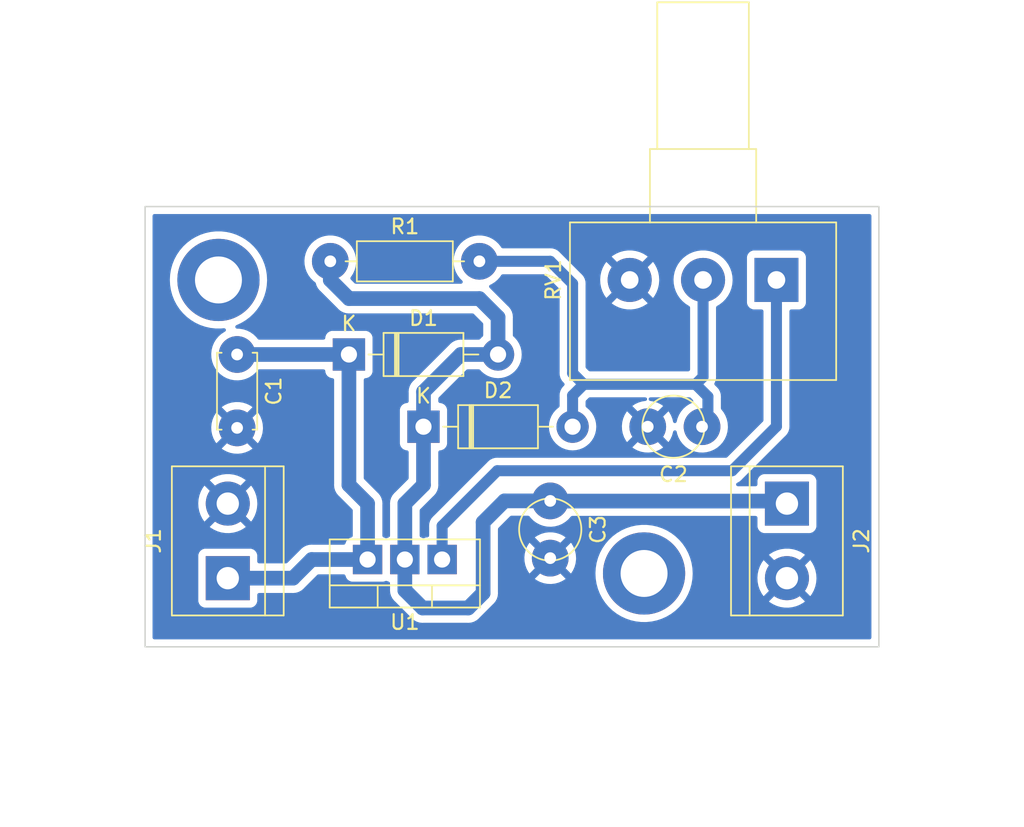
<source format=kicad_pcb>
(kicad_pcb (version 20211014) (generator pcbnew)
  (layers (0 "F.Cu" signal) (31 "B.Cu" signal) (34 "B.Paste" user) (35 "F.Paste" user) (36 "B.SilkS" user "B.Silkscreen") (37 "F.SilkS" user "F.Silkscreen") (38 "B.Mask" user) (39 "F.Mask" user) (44 "Edge.Cuts" user))
  (net 0 "")
  (net 1 "+12V")
  (net 2 "Net-(C2-Pad1)")
  (net 3 "Net-(RV1-Pad1)")
  (net 4 "GND")
  (net 5 "Vout")
  (footprint "Resistor_THT:R_Axial_DIN0207_L6.3mm_D2.5mm_P10.16mm_Horizontal" (layer "F.Cu") (at 102.87 40.64)
    (fp_text reference "R1" (at 5.08 -2.37) (layer "F.SilkS"))
    (fp_text value "470")
    (fp_line (start 8.35 1.37) (end 8.35 -1.37) (layer "F.SilkS") (width 0.12))
    (fp_line (start 1.04 0) (end 1.81 0) (layer "F.SilkS") (width 0.12))
    (fp_line (start 9.12 0) (end 8.35 0) (layer "F.SilkS") (width 0.12))
    (fp_line (start 1.81 -1.37) (end 1.81 1.37) (layer "F.SilkS") (width 0.12))
    (fp_line (start 8.35 -1.37) (end 1.81 -1.37) (layer "F.SilkS") (width 0.12))
    (fp_line (start 1.81 1.37) (end 8.35 1.37) (layer "F.SilkS") (width 0.12))
    (pad "1" thru_hole circle (at 0 0) (size 2.5 2.5) (drill 0.8) (layers *.Cu *.Mask) (net 5 "Vout"))
    (pad "2" thru_hole circle (at 10.16 0) (size 2.5 2.5) (drill 0.8) (layers *.Cu *.Mask) (net 2 "Net-(C2-Pad1)"))
  )
  (footprint "Potentiometer_THT:Potentiometer_Alps_RK163_Single_Horizontal" (layer "F.Cu") (at 133.27 41.91 -90)
    (fp_text reference "RV1" (at 0 15.2 90) (layer "F.SilkS"))
    (fp_text value "5K")
    (fp_line (start -3.92 8.62) (end -8.92 8.62) (layer "F.SilkS") (width 0.12))
    (fp_line (start -8.92 8.12) (end -18.92 8.12) (layer "F.SilkS") (width 0.12))
    (fp_line (start 6.82 14.07) (end 6.82 -4.07) (layer "F.SilkS") (width 0.12))
    (fp_line (start -8.92 8.62) (end -8.92 1.38) (layer "F.SilkS") (width 0.12))
    (fp_line (start -3.92 14.07) (end -3.92 -4.07) (layer "F.SilkS") (width 0.12))
    (fp_line (start -18.92 8.12) (end -18.92 1.88) (layer "F.SilkS") (width 0.12))
    (fp_line (start 6.82 -4.07) (end -3.92 -4.07) (layer "F.SilkS") (width 0.12))
    (fp_line (start -3.92 1.38) (end -8.92 1.38) (layer "F.SilkS") (width 0.12))
    (fp_line (start 6.82 14.07) (end -3.92 14.07) (layer "F.SilkS") (width 0.12))
    (fp_line (start -8.92 1.88) (end -18.92 1.88) (layer "F.SilkS") (width 0.12))
    (pad "1" thru_hole rect (at 0 0 90) (size 3 3) (drill 1.2) (layers *.Cu *.Mask) (net 3 "Net-(RV1-Pad1)"))
    (pad "2" thru_hole circle (at 0 5 90) (size 3 3) (drill 1.2) (layers *.Cu *.Mask) (net 2 "Net-(C2-Pad1)"))
    (pad "3" thru_hole circle (at 0 10 90) (size 3 3) (drill 1.2) (layers *.Cu *.Mask) (net 4 "GND"))
  )
  (footprint "MountingHole:MountingHole_3.2mm_M3_DIN965_Pad" (layer "F.Cu") (at 95.25 41.91)
    (fp_text reference "REF**")
    (fp_text value "MountingHole_3.2mm_M3_DIN965_Pad")
    (pad "1" thru_hole circle (at 0 0) (size 5.6 5.6) (drill 3.2) (layers *.Cu *.Mask))
  )
  (footprint "Capacitor_THT:C_Disc_D5.0mm_W2.5mm_P5.00mm" (layer "F.Cu") (at 96.52 46.99 -90)
    (fp_text reference "C1" (at 2.5 -2.5 90) (layer "F.SilkS"))
    (fp_text value "100nF")
    (fp_line (start 5.12 -1.37) (end 5.12 -1.055) (layer "F.SilkS") (width 0.12))
    (fp_line (start 5.12 1.055) (end 5.12 1.37) (layer "F.SilkS") (width 0.12))
    (fp_line (start -0.12 -1.37) (end 5.12 -1.37) (layer "F.SilkS") (width 0.12))
    (fp_line (start -0.12 -1.37) (end -0.12 -1.055) (layer "F.SilkS") (width 0.12))
    (fp_line (start -0.12 1.055) (end -0.12 1.37) (layer "F.SilkS") (width 0.12))
    (fp_line (start -0.12 1.37) (end 5.12 1.37) (layer "F.SilkS") (width 0.12))
    (pad "1" thru_hole circle (at 0 0 270) (size 2.5 2.5) (drill 0.8) (layers *.Cu *.Mask) (net 1 "+12V"))
    (pad "2" thru_hole circle (at 5 0 270) (size 2.5 2.5) (drill 0.8) (layers *.Cu *.Mask) (net 4 "GND"))
  )
  (footprint "TerminalBlock:TerminalBlock_bornier-2_P5.08mm" (layer "F.Cu") (at 133.985 57.15 -90)
    (fp_text reference "J2" (at 2.54 -5.08 90) (layer "F.SilkS"))
    (fp_text value "Conn_01x02")
    (fp_line (start 7.62 2.54) (end -2.54 2.54) (layer "F.SilkS") (width 0.12))
    (fp_line (start -2.54 3.81) (end 7.62 3.81) (layer "F.SilkS") (width 0.12))
    (fp_line (start 7.62 3.81) (end 7.62 -3.81) (layer "F.SilkS") (width 0.12))
    (fp_line (start -2.54 -3.81) (end -2.54 3.81) (layer "F.SilkS") (width 0.12))
    (fp_line (start 7.62 -3.81) (end -2.54 -3.81) (layer "F.SilkS") (width 0.12))
    (pad "1" thru_hole rect (at 0 0 270) (size 3 3) (drill 1.52) (layers *.Cu *.Mask) (net 5 "Vout"))
    (pad "2" thru_hole circle (at 5.08 0 270) (size 3 3) (drill 1.52) (layers *.Cu *.Mask) (net 4 "GND"))
  )
  (footprint "Diode_THT:D_DO-41_SOD81_P10.16mm_Horizontal" (layer "F.Cu") (at 109.22 51.91)
    (fp_text reference "D2" (at 5.08 -2.47) (layer "F.SilkS"))
    (fp_text value "1N4007")
    (fp_text user "K" (at 0 -2.1) (layer "F.SilkS"))
    (fp_line (start 3.14 -1.47) (end 3.14 1.47) (layer "F.SilkS") (width 0.12))
    (fp_line (start 7.8 -1.47) (end 2.36 -1.47) (layer "F.SilkS") (width 0.12))
    (fp_line (start 8.82 0) (end 7.8 0) (layer "F.SilkS") (width 0.12))
    (fp_line (start 3.26 -1.47) (end 3.26 1.47) (layer "F.SilkS") (width 0.12))
    (fp_line (start 2.36 1.47) (end 7.8 1.47) (layer "F.SilkS") (width 0.12))
    (fp_line (start 1.34 0) (end 2.36 0) (layer "F.SilkS") (width 0.12))
    (fp_line (start 2.36 -1.47) (end 2.36 1.47) (layer "F.SilkS") (width 0.12))
    (fp_line (start 3.38 -1.47) (end 3.38 1.47) (layer "F.SilkS") (width 0.12))
    (fp_line (start 7.8 1.47) (end 7.8 -1.47) (layer "F.SilkS") (width 0.12))
    (pad "1" thru_hole rect (at 0 0) (size 2.2 2.2) (drill 1.1) (layers *.Cu *.Mask) (net 5 "Vout"))
    (pad "2" thru_hole oval (at 10.16 0) (size 2.2 2.2) (drill 1.1) (layers *.Cu *.Mask) (net 2 "Net-(C2-Pad1)"))
  )
  (footprint "Diode_THT:D_DO-41_SOD81_P10.16mm_Horizontal" (layer "F.Cu") (at 104.14 46.99)
    (fp_text reference "D1" (at 5.08 -2.47) (layer "F.SilkS"))
    (fp_text value "1N4007")
    (fp_text user "K" (at 0 -2.1) (layer "F.SilkS"))
    (fp_line (start 3.14 -1.47) (end 3.14 1.47) (layer "F.SilkS") (width 0.12))
    (fp_line (start 7.8 1.47) (end 7.8 -1.47) (layer "F.SilkS") (width 0.12))
    (fp_line (start 2.36 1.47) (end 7.8 1.47) (layer "F.SilkS") (width 0.12))
    (fp_line (start 7.8 -1.47) (end 2.36 -1.47) (layer "F.SilkS") (width 0.12))
    (fp_line (start 3.26 -1.47) (end 3.26 1.47) (layer "F.SilkS") (width 0.12))
    (fp_line (start 1.34 0) (end 2.36 0) (layer "F.SilkS") (width 0.12))
    (fp_line (start 8.82 0) (end 7.8 0) (layer "F.SilkS") (width 0.12))
    (fp_line (start 2.36 -1.47) (end 2.36 1.47) (layer "F.SilkS") (width 0.12))
    (fp_line (start 3.38 -1.47) (end 3.38 1.47) (layer "F.SilkS") (width 0.12))
    (pad "1" thru_hole rect (at 0 0) (size 2.2 2.2) (drill 1.1) (layers *.Cu *.Mask) (net 1 "+12V"))
    (pad "2" thru_hole oval (at 10.16 0) (size 2.2 2.2) (drill 1.1) (layers *.Cu *.Mask) (net 5 "Vout"))
  )
  (footprint "Package_TO_SOT_THT:TO-220-3_Vertical" (layer "F.Cu") (at 110.49 60.96 180)
    (fp_text reference "U1" (at 2.54 -4.27) (layer "F.SilkS"))
    (fp_text value "LM317_TO-220")
    (fp_line (start -2.58 1.371) (end 7.66 1.371) (layer "F.SilkS") (width 0.12))
    (fp_line (start 7.66 -3.27) (end 7.66 1.371) (layer "F.SilkS") (width 0.12))
    (fp_line (start -2.58 -3.27) (end 7.66 -3.27) (layer "F.SilkS") (width 0.12))
    (fp_line (start 4.391 -3.27) (end 4.391 -1.76) (layer "F.SilkS") (width 0.12))
    (fp_line (start -2.58 -3.27) (end -2.58 1.371) (layer "F.SilkS") (width 0.12))
    (fp_line (start 0.69 -3.27) (end 0.69 -1.76) (layer "F.SilkS") (width 0.12))
    (fp_line (start -2.58 -1.76) (end 7.66 -1.76) (layer "F.SilkS") (width 0.12))
    (pad "1" thru_hole rect (at 0 0 180) (size 2 2) (drill 1.1) (layers *.Cu *.Mask) (net 3 "Net-(RV1-Pad1)"))
    (pad "2" thru_hole rect (at 2.54 0 180) (size 2 2) (drill 1.1) (layers *.Cu *.Mask) (net 5 "Vout"))
    (pad "3" thru_hole rect (at 5.08 0 180) (size 2 2) (drill 1.1) (layers *.Cu *.Mask) (net 1 "+12V"))
  )
  (footprint "Capacitor_THT:C_Radial_D4.0mm_H7.0mm_P1.50mm" (layer "F.Cu") (at 127 51.91 180)
    (fp_text reference "C2" (at 0.75 -3.25) (layer "F.SilkS"))
    (fp_text value "10uF")
    (fp_circle (center 0.75 0) (end 2.87 0) (layer "F.SilkS") (width 0.12) (fill none))
    (pad "1" thru_hole circle (at -1.2 0 180) (size 2.5 2.5) (drill 0.8) (layers *.Cu *.Mask) (net 2 "Net-(C2-Pad1)"))
    (pad "2" thru_hole circle (at 2.5 0 180) (size 2.5 2.5) (drill 0.8) (layers *.Cu *.Mask) (net 4 "GND"))
  )
  (footprint "TerminalBlock:TerminalBlock_bornier-2_P5.08mm" (layer "F.Cu") (at 95.885 62.23 90)
    (fp_text reference "J1" (at 2.54 -5.08 90) (layer "F.SilkS"))
    (fp_text value "Conn_01x02")
    (fp_line (start -2.54 3.81) (end 7.62 3.81) (layer "F.SilkS") (width 0.12))
    (fp_line (start -2.54 -3.81) (end -2.54 3.81) (layer "F.SilkS") (width 0.12))
    (fp_line (start 7.62 2.54) (end -2.54 2.54) (layer "F.SilkS") (width 0.12))
    (fp_line (start 7.62 3.81) (end 7.62 -3.81) (layer "F.SilkS") (width 0.12))
    (fp_line (start 7.62 -3.81) (end -2.54 -3.81) (layer "F.SilkS") (width 0.12))
    (pad "1" thru_hole rect (at 0 0 90) (size 3 3) (drill 1.52) (layers *.Cu *.Mask) (net 1 "+12V"))
    (pad "2" thru_hole circle (at 5.08 0 90) (size 3 3) (drill 1.52) (layers *.Cu *.Mask) (net 4 "GND"))
  )
  (footprint "MountingHole:MountingHole_3.2mm_M3_DIN965_Pad" (layer "F.Cu") (at 124.25 61.91)
    (fp_text reference "REF**")
    (fp_text value "MountingHole_3.2mm_M3_DIN965_Pad")
    (pad "1" thru_hole circle (at 0 0) (size 5.6 5.6) (drill 3.2) (layers *.Cu *.Mask))
  )
  (footprint "Capacitor_THT:C_Radial_D4.0mm_H7.0mm_P1.50mm" (layer "F.Cu") (at 117.856 58.166 -90)
    (fp_text reference "C3" (at 0.75 -3.25 90) (layer "F.SilkS"))
    (fp_text value "1uF")
    (fp_circle (center 0.75 0) (end 2.87 0) (layer "F.SilkS") (width 0.12) (fill none))
    (pad "1" thru_hole circle (at -1.2 0 270) (size 2.5 2.5) (drill 0.8) (layers *.Cu *.Mask) (net 5 "Vout"))
    (pad "2" thru_hole circle (at 2.7 0 270) (size 2.5 2.5) (drill 0.8) (layers *.Cu *.Mask) (net 4 "GND"))
  )
  (gr_rect (start 90.25 36.91) (end 140.25 66.91) (layer "Edge.Cuts") (width 0.1) (fill none))
  (segment (start 95.885 62.23) (end 100.33 62.23) (width 1) (layer "B.Cu") (net 1))
  (segment (start 100.33 62.23) (end 101.6 60.96) (width 1) (layer "B.Cu") (net 1))
  (segment (start 105.41 57.15) (end 105.41 60.96) (width 1) (layer "B.Cu") (net 1))
  (segment (start 104.14 55.88) (end 105.41 57.15) (width 1) (layer "B.Cu") (net 1))
  (segment (start 104.14 46.99) (end 104.14 55.88) (width 1) (layer "B.Cu") (net 1))
  (segment (start 101.6 60.96) (end 105.41 60.96) (width 1) (layer "B.Cu") (net 1))
  (segment (start 96.52 46.99) (end 104.14 46.99) (width 1) (layer "B.Cu") (net 1))
  (segment (start 119.38 42.164) (end 119.38 48.26) (width 0.75) (layer "B.Cu") (net 2))
  (segment (start 127.762 49.022) (end 128.27 48.514) (width 0.75) (layer "B.Cu") (net 2))
  (segment (start 119.38 48.26) (end 120.142 49.022) (width 0.75) (layer "B.Cu") (net 2))
  (segment (start 128.6 49.86) (end 127.762 49.022) (width 0.75) (layer "B.Cu") (net 2))
  (segment (start 128.27 48.514) (end 128.27 41.91) (width 0.75) (layer "B.Cu") (net 2))
  (segment (start 113.03 40.64) (end 117.856 40.64) (width 0.75) (layer "B.Cu") (net 2))
  (segment (start 119.38 49.784) (end 120.142 49.022) (width 0.75) (layer "B.Cu") (net 2))
  (segment (start 127.762 49.022) (end 120.142 49.022) (width 0.75) (layer "B.Cu") (net 2))
  (segment (start 128.6 51.91) (end 128.6 49.86) (width 0.75) (layer "B.Cu") (net 2))
  (segment (start 119.38 51.91) (end 119.38 49.784) (width 0.75) (layer "B.Cu") (net 2))
  (segment (start 117.856 40.64) (end 119.38 42.164) (width 0.75) (layer "B.Cu") (net 2))
  (segment (start 130.25 54.91) (end 133.27 51.89) (width 0.75) (layer "B.Cu") (net 3))
  (segment (start 114.25 54.91) (end 130.25 54.91) (width 0.75) (layer "B.Cu") (net 3))
  (segment (start 110.49 60.96) (end 110.49 58.67) (width 0.75) (layer "B.Cu") (net 3))
  (segment (start 133.27 51.89) (end 133.27 41.91) (width 0.75) (layer "B.Cu") (net 3))
  (segment (start 110.49 58.67) (end 114.25 54.91) (width 0.75) (layer "B.Cu") (net 3))
  (segment (start 111.76 46.99) (end 109.22 49.53) (width 1) (layer "B.Cu") (net 5))
  (segment (start 107.95 63.0555) (end 109.1565 64.262) (width 1) (layer "B.Cu") (net 5))
  (segment (start 113.03 43.18) (end 114.3 44.45) (width 1) (layer "B.Cu") (net 5))
  (segment (start 102.87 40.64) (end 102.87 41.91) (width 1) (layer "B.Cu") (net 5))
  (segment (start 114.3 44.45) (end 114.3 46.99) (width 1) (layer "B.Cu") (net 5))
  (segment (start 114.3 46.99) (end 111.76 46.99) (width 1) (layer "B.Cu") (net 5))
  (segment (start 113.284 58.42) (end 114.738 56.966) (width 1) (layer "B.Cu") (net 5))
  (segment (start 109.22 55.88) (end 107.95 57.15) (width 1) (layer "B.Cu") (net 5))
  (segment (start 113.284 63.246) (end 113.284 58.42) (width 1) (layer "B.Cu") (net 5))
  (segment (start 109.22 49.53) (end 109.22 55.88) (width 1) (layer "B.Cu") (net 5))
  (segment (start 133.813 56.978) (end 133.985 57.15) (width 1) (layer "B.Cu") (net 5))
  (segment (start 114.738 56.966) (end 117.094 56.966) (width 1) (layer "B.Cu") (net 5))
  (segment (start 117.048283 56.978) (end 133.813 56.978) (width 1) (layer "B.Cu") (net 5))
  (segment (start 102.87 41.91) (end 104.14 43.18) (width 1) (layer "B.Cu") (net 5))
  (segment (start 107.95 57.15) (end 107.95 63.0555) (width 1) (layer "B.Cu") (net 5))
  (segment (start 104.14 43.18) (end 113.03 43.18) (width 1) (layer "B.Cu") (net 5))
  (segment (start 109.1565 64.262) (end 112.268 64.262) (width 1) (layer "B.Cu") (net 5))
  (segment (start 112.268 64.262) (end 113.284 63.246) (width 1) (layer "B.Cu") (net 5))
  (zone (net 4) (net_name "GND") (layer "B.Cu") (connect_pads (clearance 0.508)) (min_thickness 0.254) (fill yes (thermal_gap 0.508) (thermal_bridge_width 0.508))
    (polygon (pts (xy 140.208 66.964) (xy 90.154 66.964) (xy 90.154 36.814) (xy 140.208 36.814)))
  )
)
</source>
